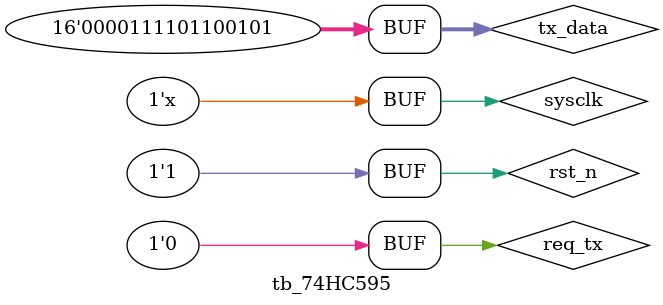
<source format=v>
module u_74HC595#(
parameter delay = 10,   //分频延迟系数
parameter tx_size = 16  //数据位宽
)(
    //-------------用户端--------------//
    input sysclk,
    input rstn,


    input req_tx,
    input [tx_size-1:0] data_tx,

    output reg tx_done, //发送完成信号

    //-------------74HC595------------//
    output reg sck,     //串行时钟
    output latch,    //锁存时钟
    output data     //串行数据
);





/*-------------------------使能信号定义----------------------------*/
reg tx_en;
wire tx_end;

assign tx_end = (cnt_bit == tx_size - 1 && div_cnt == delay - 1);

always @(posedge sysclk) begin
    if(~rstn)
        tx_en <= 0;
    else if(req_tx)
        tx_en <= 1'b1;
    else if(tx_end)
         tx_en <= 0;

end



/*-----------------------------分频-----------------------------*/

/*由于系统市长是50MHz,但是74HC595芯片的sck要求不超过5MHz,因此进行分频处理：将sysclk分频为原来的十分之一*/

/*分频计数器*/
reg [15:0] div_cnt;
always@(posedge sysclk)begin
    if(~rstn)
        div_cnt <= 0;
    else if(tx_en)begin
        if(div_cnt == delay - 1)
            div_cnt <= 0;
        else
            div_cnt <= div_cnt + 1;
    end
    else
        div_cnt <= 0;
end



/*分频时钟*/
always@(posedge sysclk)begin
    if(~rstn)
        sck <= 0;
    else if(tx_en)begin
         if(div_cnt == delay / 2 - 1)//上升沿定义
            sck <= 1;
         else if(div_cnt == delay - 1)//下降沿定义
            sck <= 0;
         else
            sck <= sck;
    end
    else 
        sck <= 0;
end



/*-------------------------发送数据--------------------------------*/


/*数据寄存器*/
reg [tx_size - 1 : 0] data_tx_reg;

always @(posedge sysclk) begin
    if(~rstn)
        data_tx_reg <= 0;
    else if(req_tx)//请求信号拉高的时候存储到寄存器中

        data_tx_reg <= data_tx;

    else if(tx_en)begin//使能信号拉高的时候进行信号更新

        if(div_cnt == delay  - 1) //下降沿更新数据
            data_tx_reg <= {data_tx_reg[tx_size - 2:0] , data_tx_reg[tx_size - 1]}; 
    end
end




assign data = data_tx_reg[tx_size - 1] ;



/*----------------------发送完成信号-----------------------------*/

/*每个周期发送1bit数据，一共需要16个周期用来发送16bit数据*/
/*数据位计数器：用于保证所有数据位全部传输完*/

reg [15:0] cnt_bit;

always@(posedge sysclk)begin
    if(~rstn)
        cnt_bit <= 0;
    else if(div_cnt == delay  - 1)begin//当下降沿更新数据时
        if(cnt_bit == tx_size - 1)
            cnt_bit <= 0;
        else 
            cnt_bit <= cnt_bit + 1;
    end  
    else 
            cnt_bit <= cnt_bit;
end


/*发送完成信号*/
always@(posedge sysclk)begin
    if(~rstn)
        tx_done <= 0;
    else if(cnt_bit == tx_size - 1 && div_cnt == delay - 1)
        tx_done <= 1;
    else
        tx_done <= 0;
end



/*----------------------------锁存信号-----------------------------*/
assign latch = tx_done;


endmodule


`timescale 1ns / 1ps
module tb_74HC595();

reg sysclk;
reg rst_n;
reg req_tx; 
reg [15:0] tx_data=16'b0000_1111_0110_0101;//0f65   | 会变成：0001_1110_1100_1010   1eca   | 0011_1101_1001_0100  3d94 ... |1000_0111_1011_0010 87b2
wire tx_done;
wire sck;
wire latch;
wire data;

u_74HC595 u_74HC595_inst(

.sysclk (sysclk ),
.rstn (rst_n ),
.req_tx (req_tx ), 
.data_tx(tx_data), 
.tx_done(tx_done), 

.sck (sck ), 
.latch (latch ), 
.data (data ) 
);


initial begin
    sysclk = 0;
end


always #10 sysclk = ~ sysclk;

initial begin
    rst_n=1'b0;
    #100 
    rst_n=1'b1;
end

initial begin
    req_tx=1'b0;
    #300 
    req_tx=1'b1;
    #20 //拉高一个周期
    req_tx=1'b0;
end

endmodule
</source>
